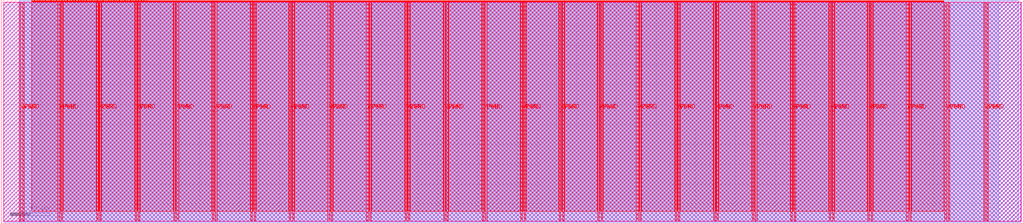
<source format=lef>
VERSION 5.7 ;
  NOWIREEXTENSIONATPIN ON ;
  DIVIDERCHAR "/" ;
  BUSBITCHARS "[]" ;
MACRO tt_um_algofoogle_raybox_zero
  CLASS BLOCK ;
  FOREIGN tt_um_algofoogle_raybox_zero ;
  ORIGIN 0.000 0.000 ;
  SIZE 1030.400 BY 225.760 ;
  PIN VGND
    DIRECTION INOUT ;
    USE GROUND ;
    PORT
      LAYER met4 ;
        RECT 21.580 2.480 23.180 223.280 ;
    END
    PORT
      LAYER met4 ;
        RECT 60.450 2.480 62.050 223.280 ;
    END
    PORT
      LAYER met4 ;
        RECT 99.320 2.480 100.920 223.280 ;
    END
    PORT
      LAYER met4 ;
        RECT 138.190 2.480 139.790 223.280 ;
    END
    PORT
      LAYER met4 ;
        RECT 177.060 2.480 178.660 223.280 ;
    END
    PORT
      LAYER met4 ;
        RECT 215.930 2.480 217.530 223.280 ;
    END
    PORT
      LAYER met4 ;
        RECT 254.800 2.480 256.400 223.280 ;
    END
    PORT
      LAYER met4 ;
        RECT 293.670 2.480 295.270 223.280 ;
    END
    PORT
      LAYER met4 ;
        RECT 332.540 2.480 334.140 223.280 ;
    END
    PORT
      LAYER met4 ;
        RECT 371.410 2.480 373.010 223.280 ;
    END
    PORT
      LAYER met4 ;
        RECT 410.280 2.480 411.880 223.280 ;
    END
    PORT
      LAYER met4 ;
        RECT 449.150 2.480 450.750 223.280 ;
    END
    PORT
      LAYER met4 ;
        RECT 488.020 2.480 489.620 223.280 ;
    END
    PORT
      LAYER met4 ;
        RECT 526.890 2.480 528.490 223.280 ;
    END
    PORT
      LAYER met4 ;
        RECT 565.760 2.480 567.360 223.280 ;
    END
    PORT
      LAYER met4 ;
        RECT 604.630 2.480 606.230 223.280 ;
    END
    PORT
      LAYER met4 ;
        RECT 643.500 2.480 645.100 223.280 ;
    END
    PORT
      LAYER met4 ;
        RECT 682.370 2.480 683.970 223.280 ;
    END
    PORT
      LAYER met4 ;
        RECT 721.240 2.480 722.840 223.280 ;
    END
    PORT
      LAYER met4 ;
        RECT 760.110 2.480 761.710 223.280 ;
    END
    PORT
      LAYER met4 ;
        RECT 798.980 2.480 800.580 223.280 ;
    END
    PORT
      LAYER met4 ;
        RECT 837.850 2.480 839.450 223.280 ;
    END
    PORT
      LAYER met4 ;
        RECT 876.720 2.480 878.320 223.280 ;
    END
    PORT
      LAYER met4 ;
        RECT 915.590 2.480 917.190 223.280 ;
    END
    PORT
      LAYER met4 ;
        RECT 954.460 2.480 956.060 223.280 ;
    END
    PORT
      LAYER met4 ;
        RECT 993.330 2.480 994.930 223.280 ;
    END
  END VGND
  PIN VPWR
    DIRECTION INOUT ;
    USE POWER ;
    PORT
      LAYER met4 ;
        RECT 18.280 2.480 19.880 223.280 ;
    END
    PORT
      LAYER met4 ;
        RECT 57.150 2.480 58.750 223.280 ;
    END
    PORT
      LAYER met4 ;
        RECT 96.020 2.480 97.620 223.280 ;
    END
    PORT
      LAYER met4 ;
        RECT 134.890 2.480 136.490 223.280 ;
    END
    PORT
      LAYER met4 ;
        RECT 173.760 2.480 175.360 223.280 ;
    END
    PORT
      LAYER met4 ;
        RECT 212.630 2.480 214.230 223.280 ;
    END
    PORT
      LAYER met4 ;
        RECT 251.500 2.480 253.100 223.280 ;
    END
    PORT
      LAYER met4 ;
        RECT 290.370 2.480 291.970 223.280 ;
    END
    PORT
      LAYER met4 ;
        RECT 329.240 2.480 330.840 223.280 ;
    END
    PORT
      LAYER met4 ;
        RECT 368.110 2.480 369.710 223.280 ;
    END
    PORT
      LAYER met4 ;
        RECT 406.980 2.480 408.580 223.280 ;
    END
    PORT
      LAYER met4 ;
        RECT 445.850 2.480 447.450 223.280 ;
    END
    PORT
      LAYER met4 ;
        RECT 484.720 2.480 486.320 223.280 ;
    END
    PORT
      LAYER met4 ;
        RECT 523.590 2.480 525.190 223.280 ;
    END
    PORT
      LAYER met4 ;
        RECT 562.460 2.480 564.060 223.280 ;
    END
    PORT
      LAYER met4 ;
        RECT 601.330 2.480 602.930 223.280 ;
    END
    PORT
      LAYER met4 ;
        RECT 640.200 2.480 641.800 223.280 ;
    END
    PORT
      LAYER met4 ;
        RECT 679.070 2.480 680.670 223.280 ;
    END
    PORT
      LAYER met4 ;
        RECT 717.940 2.480 719.540 223.280 ;
    END
    PORT
      LAYER met4 ;
        RECT 756.810 2.480 758.410 223.280 ;
    END
    PORT
      LAYER met4 ;
        RECT 795.680 2.480 797.280 223.280 ;
    END
    PORT
      LAYER met4 ;
        RECT 834.550 2.480 836.150 223.280 ;
    END
    PORT
      LAYER met4 ;
        RECT 873.420 2.480 875.020 223.280 ;
    END
    PORT
      LAYER met4 ;
        RECT 912.290 2.480 913.890 223.280 ;
    END
    PORT
      LAYER met4 ;
        RECT 951.160 2.480 952.760 223.280 ;
    END
    PORT
      LAYER met4 ;
        RECT 990.030 2.480 991.630 223.280 ;
    END
  END VPWR
  PIN clk
    DIRECTION INPUT ;
    USE SIGNAL ;
    ANTENNAGATEAREA 1.286700 ;
    ANTENNADIFFAREA 0.434700 ;
    PORT
      LAYER met4 ;
        RECT 143.830 224.760 144.130 225.760 ;
    END
  END clk
  PIN ena
    DIRECTION INPUT ;
    USE SIGNAL ;
    PORT
      LAYER met4 ;
        RECT 146.590 224.760 146.890 225.760 ;
    END
  END ena
  PIN rst_n
    DIRECTION INPUT ;
    USE SIGNAL ;
    ANTENNAGATEAREA 0.159000 ;
    PORT
      LAYER met4 ;
        RECT 141.070 224.760 141.370 225.760 ;
    END
  END rst_n
  PIN ui_in[0]
    DIRECTION INPUT ;
    USE SIGNAL ;
    ANTENNAGATEAREA 0.196500 ;
    PORT
      LAYER met4 ;
        RECT 138.310 224.760 138.610 225.760 ;
    END
  END ui_in[0]
  PIN ui_in[1]
    DIRECTION INPUT ;
    USE SIGNAL ;
    ANTENNAGATEAREA 0.196500 ;
    PORT
      LAYER met4 ;
        RECT 135.550 224.760 135.850 225.760 ;
    END
  END ui_in[1]
  PIN ui_in[2]
    DIRECTION INPUT ;
    USE SIGNAL ;
    ANTENNAGATEAREA 0.196500 ;
    PORT
      LAYER met4 ;
        RECT 132.790 224.760 133.090 225.760 ;
    END
  END ui_in[2]
  PIN ui_in[3]
    DIRECTION INPUT ;
    USE SIGNAL ;
    ANTENNAGATEAREA 0.213000 ;
    PORT
      LAYER met4 ;
        RECT 130.030 224.760 130.330 225.760 ;
    END
  END ui_in[3]
  PIN ui_in[4]
    DIRECTION INPUT ;
    USE SIGNAL ;
    ANTENNAGATEAREA 0.213000 ;
    PORT
      LAYER met4 ;
        RECT 127.270 224.760 127.570 225.760 ;
    END
  END ui_in[4]
  PIN ui_in[5]
    DIRECTION INPUT ;
    USE SIGNAL ;
    ANTENNAGATEAREA 0.213000 ;
    PORT
      LAYER met4 ;
        RECT 124.510 224.760 124.810 225.760 ;
    END
  END ui_in[5]
  PIN ui_in[6]
    DIRECTION INPUT ;
    USE SIGNAL ;
    ANTENNAGATEAREA 0.213000 ;
    PORT
      LAYER met4 ;
        RECT 121.750 224.760 122.050 225.760 ;
    END
  END ui_in[6]
  PIN ui_in[7]
    DIRECTION INPUT ;
    USE SIGNAL ;
    ANTENNAGATEAREA 0.126000 ;
    PORT
      LAYER met4 ;
        RECT 118.990 224.760 119.290 225.760 ;
    END
  END ui_in[7]
  PIN uio_in[0]
    DIRECTION INPUT ;
    USE SIGNAL ;
    PORT
      LAYER met4 ;
        RECT 116.230 224.760 116.530 225.760 ;
    END
  END uio_in[0]
  PIN uio_in[1]
    DIRECTION INPUT ;
    USE SIGNAL ;
    ANTENNAGATEAREA 0.196500 ;
    PORT
      LAYER met4 ;
        RECT 113.470 224.760 113.770 225.760 ;
    END
  END uio_in[1]
  PIN uio_in[2]
    DIRECTION INPUT ;
    USE SIGNAL ;
    ANTENNAGATEAREA 0.196500 ;
    PORT
      LAYER met4 ;
        RECT 110.710 224.760 111.010 225.760 ;
    END
  END uio_in[2]
  PIN uio_in[3]
    DIRECTION INPUT ;
    USE SIGNAL ;
    PORT
      LAYER met4 ;
        RECT 107.950 224.760 108.250 225.760 ;
    END
  END uio_in[3]
  PIN uio_in[4]
    DIRECTION INPUT ;
    USE SIGNAL ;
    ANTENNAGATEAREA 0.196500 ;
    PORT
      LAYER met4 ;
        RECT 105.190 224.760 105.490 225.760 ;
    END
  END uio_in[4]
  PIN uio_in[5]
    DIRECTION INPUT ;
    USE SIGNAL ;
    ANTENNAGATEAREA 0.196500 ;
    PORT
      LAYER met4 ;
        RECT 102.430 224.760 102.730 225.760 ;
    END
  END uio_in[5]
  PIN uio_in[6]
    DIRECTION INPUT ;
    USE SIGNAL ;
    ANTENNAGATEAREA 0.196500 ;
    PORT
      LAYER met4 ;
        RECT 99.670 224.760 99.970 225.760 ;
    END
  END uio_in[6]
  PIN uio_in[7]
    DIRECTION INPUT ;
    USE SIGNAL ;
    PORT
      LAYER met4 ;
        RECT 96.910 224.760 97.210 225.760 ;
    END
  END uio_in[7]
  PIN uio_oe[0]
    DIRECTION OUTPUT ;
    USE SIGNAL ;
    PORT
      LAYER met4 ;
        RECT 49.990 224.760 50.290 225.760 ;
    END
  END uio_oe[0]
  PIN uio_oe[1]
    DIRECTION OUTPUT ;
    USE SIGNAL ;
    ANTENNADIFFAREA 1.075200 ;
    PORT
      LAYER met4 ;
        RECT 47.230 224.760 47.530 225.760 ;
    END
  END uio_oe[1]
  PIN uio_oe[2]
    DIRECTION OUTPUT ;
    USE SIGNAL ;
    PORT
      LAYER met4 ;
        RECT 44.470 224.760 44.770 225.760 ;
    END
  END uio_oe[2]
  PIN uio_oe[3]
    DIRECTION OUTPUT ;
    USE SIGNAL ;
    PORT
      LAYER met4 ;
        RECT 41.710 224.760 42.010 225.760 ;
    END
  END uio_oe[3]
  PIN uio_oe[4]
    DIRECTION OUTPUT ;
    USE SIGNAL ;
    PORT
      LAYER met4 ;
        RECT 38.950 224.760 39.250 225.760 ;
    END
  END uio_oe[4]
  PIN uio_oe[5]
    DIRECTION OUTPUT ;
    USE SIGNAL ;
    PORT
      LAYER met4 ;
        RECT 36.190 224.760 36.490 225.760 ;
    END
  END uio_oe[5]
  PIN uio_oe[6]
    DIRECTION OUTPUT ;
    USE SIGNAL ;
    ANTENNADIFFAREA 0.445500 ;
    PORT
      LAYER met4 ;
        RECT 33.430 224.760 33.730 225.760 ;
    END
  END uio_oe[6]
  PIN uio_oe[7]
    DIRECTION OUTPUT ;
    USE SIGNAL ;
    ANTENNAGATEAREA 0.724500 ;
    ANTENNADIFFAREA 1.075200 ;
    PORT
      LAYER met4 ;
        RECT 30.670 224.760 30.970 225.760 ;
    END
  END uio_oe[7]
  PIN uio_out[0]
    DIRECTION OUTPUT ;
    USE SIGNAL ;
    ANTENNADIFFAREA 0.891000 ;
    PORT
      LAYER met4 ;
        RECT 72.070 224.760 72.370 225.760 ;
    END
  END uio_out[0]
  PIN uio_out[1]
    DIRECTION OUTPUT ;
    USE SIGNAL ;
    ANTENNADIFFAREA 0.445500 ;
    PORT
      LAYER met4 ;
        RECT 69.310 224.760 69.610 225.760 ;
    END
  END uio_out[1]
  PIN uio_out[2]
    DIRECTION OUTPUT ;
    USE SIGNAL ;
    PORT
      LAYER met4 ;
        RECT 66.550 224.760 66.850 225.760 ;
    END
  END uio_out[2]
  PIN uio_out[3]
    DIRECTION OUTPUT ;
    USE SIGNAL ;
    ANTENNADIFFAREA 0.445500 ;
    PORT
      LAYER met4 ;
        RECT 63.790 224.760 64.090 225.760 ;
    END
  END uio_out[3]
  PIN uio_out[4]
    DIRECTION OUTPUT ;
    USE SIGNAL ;
    PORT
      LAYER met4 ;
        RECT 61.030 224.760 61.330 225.760 ;
    END
  END uio_out[4]
  PIN uio_out[5]
    DIRECTION OUTPUT ;
    USE SIGNAL ;
    PORT
      LAYER met4 ;
        RECT 58.270 224.760 58.570 225.760 ;
    END
  END uio_out[5]
  PIN uio_out[6]
    DIRECTION OUTPUT ;
    USE SIGNAL ;
    ANTENNADIFFAREA 0.445500 ;
    PORT
      LAYER met4 ;
        RECT 55.510 224.760 55.810 225.760 ;
    END
  END uio_out[6]
  PIN uio_out[7]
    DIRECTION OUTPUT ;
    USE SIGNAL ;
    ANTENNADIFFAREA 0.445500 ;
    PORT
      LAYER met4 ;
        RECT 52.750 224.760 53.050 225.760 ;
    END
  END uio_out[7]
  PIN uo_out[0]
    DIRECTION OUTPUT ;
    USE SIGNAL ;
    ANTENNADIFFAREA 0.891000 ;
    PORT
      LAYER met4 ;
        RECT 94.150 224.760 94.450 225.760 ;
    END
  END uo_out[0]
  PIN uo_out[1]
    DIRECTION OUTPUT ;
    USE SIGNAL ;
    ANTENNADIFFAREA 0.891000 ;
    PORT
      LAYER met4 ;
        RECT 91.390 224.760 91.690 225.760 ;
    END
  END uo_out[1]
  PIN uo_out[2]
    DIRECTION OUTPUT ;
    USE SIGNAL ;
    ANTENNADIFFAREA 0.891000 ;
    PORT
      LAYER met4 ;
        RECT 88.630 224.760 88.930 225.760 ;
    END
  END uo_out[2]
  PIN uo_out[3]
    DIRECTION OUTPUT ;
    USE SIGNAL ;
    ANTENNADIFFAREA 0.891000 ;
    PORT
      LAYER met4 ;
        RECT 85.870 224.760 86.170 225.760 ;
    END
  END uo_out[3]
  PIN uo_out[4]
    DIRECTION OUTPUT ;
    USE SIGNAL ;
    ANTENNADIFFAREA 0.891000 ;
    PORT
      LAYER met4 ;
        RECT 83.110 224.760 83.410 225.760 ;
    END
  END uo_out[4]
  PIN uo_out[5]
    DIRECTION OUTPUT ;
    USE SIGNAL ;
    ANTENNADIFFAREA 0.891000 ;
    PORT
      LAYER met4 ;
        RECT 80.350 224.760 80.650 225.760 ;
    END
  END uo_out[5]
  PIN uo_out[6]
    DIRECTION OUTPUT ;
    USE SIGNAL ;
    ANTENNADIFFAREA 0.891000 ;
    PORT
      LAYER met4 ;
        RECT 77.590 224.760 77.890 225.760 ;
    END
  END uo_out[6]
  PIN uo_out[7]
    DIRECTION OUTPUT ;
    USE SIGNAL ;
    ANTENNADIFFAREA 0.891000 ;
    PORT
      LAYER met4 ;
        RECT 74.830 224.760 75.130 225.760 ;
    END
  END uo_out[7]
  OBS
      LAYER nwell ;
        RECT 2.570 2.635 1027.830 223.230 ;
      LAYER li1 ;
        RECT 2.760 2.635 1027.640 223.125 ;
      LAYER met1 ;
        RECT 2.760 1.740 1027.640 223.280 ;
      LAYER met2 ;
        RECT 18.310 1.710 1025.240 224.925 ;
      LAYER met3 ;
        RECT 18.290 2.555 1005.495 224.905 ;
      LAYER met4 ;
        RECT 31.370 224.360 33.030 224.905 ;
        RECT 34.130 224.360 35.790 224.905 ;
        RECT 36.890 224.360 38.550 224.905 ;
        RECT 39.650 224.360 41.310 224.905 ;
        RECT 42.410 224.360 44.070 224.905 ;
        RECT 45.170 224.360 46.830 224.905 ;
        RECT 47.930 224.360 49.590 224.905 ;
        RECT 50.690 224.360 52.350 224.905 ;
        RECT 53.450 224.360 55.110 224.905 ;
        RECT 56.210 224.360 57.870 224.905 ;
        RECT 58.970 224.360 60.630 224.905 ;
        RECT 61.730 224.360 63.390 224.905 ;
        RECT 64.490 224.360 66.150 224.905 ;
        RECT 67.250 224.360 68.910 224.905 ;
        RECT 70.010 224.360 71.670 224.905 ;
        RECT 72.770 224.360 74.430 224.905 ;
        RECT 75.530 224.360 77.190 224.905 ;
        RECT 78.290 224.360 79.950 224.905 ;
        RECT 81.050 224.360 82.710 224.905 ;
        RECT 83.810 224.360 85.470 224.905 ;
        RECT 86.570 224.360 88.230 224.905 ;
        RECT 89.330 224.360 90.990 224.905 ;
        RECT 92.090 224.360 93.750 224.905 ;
        RECT 94.850 224.360 96.510 224.905 ;
        RECT 97.610 224.360 99.270 224.905 ;
        RECT 100.370 224.360 102.030 224.905 ;
        RECT 103.130 224.360 104.790 224.905 ;
        RECT 105.890 224.360 107.550 224.905 ;
        RECT 108.650 224.360 110.310 224.905 ;
        RECT 111.410 224.360 113.070 224.905 ;
        RECT 114.170 224.360 115.830 224.905 ;
        RECT 116.930 224.360 118.590 224.905 ;
        RECT 119.690 224.360 121.350 224.905 ;
        RECT 122.450 224.360 124.110 224.905 ;
        RECT 125.210 224.360 126.870 224.905 ;
        RECT 127.970 224.360 129.630 224.905 ;
        RECT 130.730 224.360 132.390 224.905 ;
        RECT 133.490 224.360 135.150 224.905 ;
        RECT 136.250 224.360 137.910 224.905 ;
        RECT 139.010 224.360 140.670 224.905 ;
        RECT 141.770 224.360 143.430 224.905 ;
        RECT 144.530 224.360 146.190 224.905 ;
        RECT 147.290 224.360 950.065 224.905 ;
        RECT 30.655 223.680 950.065 224.360 ;
        RECT 30.655 12.415 56.750 223.680 ;
        RECT 59.150 12.415 60.050 223.680 ;
        RECT 62.450 12.415 95.620 223.680 ;
        RECT 98.020 12.415 98.920 223.680 ;
        RECT 101.320 12.415 134.490 223.680 ;
        RECT 136.890 12.415 137.790 223.680 ;
        RECT 140.190 12.415 173.360 223.680 ;
        RECT 175.760 12.415 176.660 223.680 ;
        RECT 179.060 12.415 212.230 223.680 ;
        RECT 214.630 12.415 215.530 223.680 ;
        RECT 217.930 12.415 251.100 223.680 ;
        RECT 253.500 12.415 254.400 223.680 ;
        RECT 256.800 12.415 289.970 223.680 ;
        RECT 292.370 12.415 293.270 223.680 ;
        RECT 295.670 12.415 328.840 223.680 ;
        RECT 331.240 12.415 332.140 223.680 ;
        RECT 334.540 12.415 367.710 223.680 ;
        RECT 370.110 12.415 371.010 223.680 ;
        RECT 373.410 12.415 406.580 223.680 ;
        RECT 408.980 12.415 409.880 223.680 ;
        RECT 412.280 12.415 445.450 223.680 ;
        RECT 447.850 12.415 448.750 223.680 ;
        RECT 451.150 12.415 484.320 223.680 ;
        RECT 486.720 12.415 487.620 223.680 ;
        RECT 490.020 12.415 523.190 223.680 ;
        RECT 525.590 12.415 526.490 223.680 ;
        RECT 528.890 12.415 562.060 223.680 ;
        RECT 564.460 12.415 565.360 223.680 ;
        RECT 567.760 12.415 600.930 223.680 ;
        RECT 603.330 12.415 604.230 223.680 ;
        RECT 606.630 12.415 639.800 223.680 ;
        RECT 642.200 12.415 643.100 223.680 ;
        RECT 645.500 12.415 678.670 223.680 ;
        RECT 681.070 12.415 681.970 223.680 ;
        RECT 684.370 12.415 717.540 223.680 ;
        RECT 719.940 12.415 720.840 223.680 ;
        RECT 723.240 12.415 756.410 223.680 ;
        RECT 758.810 12.415 759.710 223.680 ;
        RECT 762.110 12.415 795.280 223.680 ;
        RECT 797.680 12.415 798.580 223.680 ;
        RECT 800.980 12.415 834.150 223.680 ;
        RECT 836.550 12.415 837.450 223.680 ;
        RECT 839.850 12.415 873.020 223.680 ;
        RECT 875.420 12.415 876.320 223.680 ;
        RECT 878.720 12.415 911.890 223.680 ;
        RECT 914.290 12.415 915.190 223.680 ;
        RECT 917.590 12.415 950.065 223.680 ;
  END
END tt_um_algofoogle_raybox_zero
END LIBRARY


</source>
